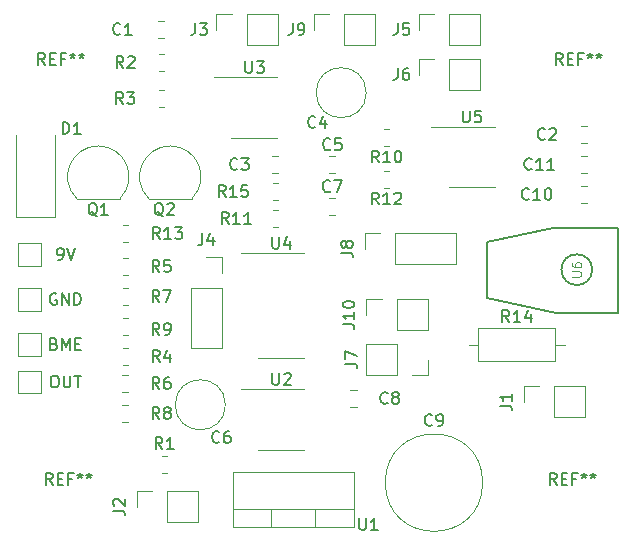
<source format=gbr>
%TF.GenerationSoftware,KiCad,Pcbnew,5.1.9-73d0e3b20d~88~ubuntu20.04.1*%
%TF.CreationDate,2021-04-18T23:12:54+02:00*%
%TF.ProjectId,interrupter,696e7465-7272-4757-9074-65722e6b6963,rev?*%
%TF.SameCoordinates,Original*%
%TF.FileFunction,Legend,Top*%
%TF.FilePolarity,Positive*%
%FSLAX46Y46*%
G04 Gerber Fmt 4.6, Leading zero omitted, Abs format (unit mm)*
G04 Created by KiCad (PCBNEW 5.1.9-73d0e3b20d~88~ubuntu20.04.1) date 2021-04-18 23:12:54*
%MOMM*%
%LPD*%
G01*
G04 APERTURE LIST*
%ADD10C,0.120000*%
%ADD11C,0.127000*%
%ADD12C,0.150000*%
%ADD13C,0.015000*%
G04 APERTURE END LIST*
D10*
%TO.C,D1*%
X174118000Y-93300000D02*
X177418000Y-93300000D01*
X177418000Y-93300000D02*
X177418000Y-86400000D01*
X174118000Y-93300000D02*
X174118000Y-86400000D01*
%TO.C,OUT*%
X174310000Y-108265000D02*
X174310000Y-106365000D01*
X176210000Y-108265000D02*
X174310000Y-108265000D01*
X176210000Y-106365000D02*
X176210000Y-108265000D01*
X174310000Y-106365000D02*
X176210000Y-106365000D01*
%TO.C,BME*%
X174310000Y-105090000D02*
X174310000Y-103190000D01*
X176210000Y-105090000D02*
X174310000Y-105090000D01*
X176210000Y-103190000D02*
X176210000Y-105090000D01*
X174310000Y-103190000D02*
X176210000Y-103190000D01*
%TO.C,9V*%
X174310000Y-97470000D02*
X174310000Y-95570000D01*
X176210000Y-97470000D02*
X174310000Y-97470000D01*
X176210000Y-95570000D02*
X176210000Y-97470000D01*
X174310000Y-95570000D02*
X176210000Y-95570000D01*
%TO.C,GND*%
X174310000Y-101280000D02*
X174310000Y-99380000D01*
X176210000Y-101280000D02*
X174310000Y-101280000D01*
X176210000Y-99380000D02*
X176210000Y-101280000D01*
X174310000Y-99380000D02*
X176210000Y-99380000D01*
%TO.C,J2*%
X184344000Y-117856000D02*
X184344000Y-116526000D01*
X184344000Y-116526000D02*
X185674000Y-116526000D01*
X186944000Y-116526000D02*
X189544000Y-116526000D01*
X189544000Y-119186000D02*
X189544000Y-116526000D01*
X186944000Y-119186000D02*
X189544000Y-119186000D01*
X186944000Y-119186000D02*
X186944000Y-116526000D01*
%TO.C,J3*%
X191075000Y-77470000D02*
X191075000Y-76140000D01*
X191075000Y-76140000D02*
X192405000Y-76140000D01*
X193675000Y-76140000D02*
X196275000Y-76140000D01*
X196275000Y-78800000D02*
X196275000Y-76140000D01*
X193675000Y-78800000D02*
X196275000Y-78800000D01*
X193675000Y-78800000D02*
X193675000Y-76140000D01*
D11*
%TO.C,U6*%
X222915000Y-97790000D02*
G75*
G03*
X222915000Y-97790000I-1300000J0D01*
G01*
X214015000Y-100190000D02*
X219815000Y-101490000D01*
X214015000Y-95490000D02*
X214015000Y-100190000D01*
X219615000Y-94290000D02*
X214015000Y-95490000D01*
X225115000Y-101490000D02*
X219815000Y-101490000D01*
X225115000Y-94290000D02*
X225115000Y-101490000D01*
X225115000Y-94290000D02*
X219615000Y-94290000D01*
D10*
%TO.C,U5*%
X212725000Y-85705000D02*
X209275000Y-85705000D01*
X212725000Y-85705000D02*
X214675000Y-85705000D01*
X212725000Y-90825000D02*
X210775000Y-90825000D01*
X212725000Y-90825000D02*
X214675000Y-90825000D01*
%TO.C,U4*%
X196596000Y-96403000D02*
X193146000Y-96403000D01*
X196596000Y-96403000D02*
X198546000Y-96403000D01*
X196596000Y-105273000D02*
X194646000Y-105273000D01*
X196596000Y-105273000D02*
X198546000Y-105273000D01*
%TO.C,U3*%
X194310000Y-81514000D02*
X190860000Y-81514000D01*
X194310000Y-81514000D02*
X196260000Y-81514000D01*
X194310000Y-86634000D02*
X192360000Y-86634000D01*
X194310000Y-86634000D02*
X196260000Y-86634000D01*
%TO.C,U2*%
X196596000Y-107930000D02*
X193146000Y-107930000D01*
X196596000Y-107930000D02*
X198546000Y-107930000D01*
X196596000Y-113050000D02*
X194646000Y-113050000D01*
X196596000Y-113050000D02*
X198546000Y-113050000D01*
%TO.C,U1*%
X195761000Y-119602000D02*
X195761000Y-118092000D01*
X199462000Y-119602000D02*
X199462000Y-118092000D01*
X202732000Y-118092000D02*
X192492000Y-118092000D01*
X192492000Y-119602000D02*
X192492000Y-114961000D01*
X202732000Y-119602000D02*
X202732000Y-114961000D01*
X202732000Y-114961000D02*
X192492000Y-114961000D01*
X202732000Y-119602000D02*
X192492000Y-119602000D01*
%TO.C,R15*%
X195860936Y-91921000D02*
X196315064Y-91921000D01*
X195860936Y-90451000D02*
X196315064Y-90451000D01*
%TO.C,R14*%
X220575000Y-104140000D02*
X219805000Y-104140000D01*
X212495000Y-104140000D02*
X213265000Y-104140000D01*
X219805000Y-102770000D02*
X213265000Y-102770000D01*
X219805000Y-105510000D02*
X219805000Y-102770000D01*
X213265000Y-105510000D02*
X219805000Y-105510000D01*
X213265000Y-102770000D02*
X213265000Y-105510000D01*
%TO.C,R13*%
X183176936Y-95477000D02*
X183631064Y-95477000D01*
X183176936Y-94007000D02*
X183631064Y-94007000D01*
%TO.C,R12*%
X205713064Y-89435000D02*
X205258936Y-89435000D01*
X205713064Y-90905000D02*
X205258936Y-90905000D01*
%TO.C,R11*%
X196315064Y-92737000D02*
X195860936Y-92737000D01*
X196315064Y-94207000D02*
X195860936Y-94207000D01*
%TO.C,R10*%
X205729064Y-85879000D02*
X205274936Y-85879000D01*
X205729064Y-87349000D02*
X205274936Y-87349000D01*
%TO.C,R9*%
X183176936Y-103351000D02*
X183631064Y-103351000D01*
X183176936Y-101881000D02*
X183631064Y-101881000D01*
%TO.C,R8*%
X183599064Y-109247000D02*
X183144936Y-109247000D01*
X183599064Y-110717000D02*
X183144936Y-110717000D01*
%TO.C,R7*%
X183160936Y-100811000D02*
X183615064Y-100811000D01*
X183160936Y-99341000D02*
X183615064Y-99341000D01*
%TO.C,R6*%
X183599064Y-106707000D02*
X183144936Y-106707000D01*
X183599064Y-108177000D02*
X183144936Y-108177000D01*
%TO.C,R5*%
X183160936Y-98271000D02*
X183615064Y-98271000D01*
X183160936Y-96801000D02*
X183615064Y-96801000D01*
%TO.C,R4*%
X183615064Y-104421000D02*
X183160936Y-104421000D01*
X183615064Y-105891000D02*
X183160936Y-105891000D01*
%TO.C,R3*%
X186208936Y-84047000D02*
X186663064Y-84047000D01*
X186208936Y-82577000D02*
X186663064Y-82577000D01*
%TO.C,R2*%
X186224936Y-80999000D02*
X186679064Y-80999000D01*
X186224936Y-79529000D02*
X186679064Y-79529000D01*
%TO.C,R1*%
X186917064Y-113565000D02*
X186462936Y-113565000D01*
X186917064Y-115035000D02*
X186462936Y-115035000D01*
%TO.C,Q2*%
X185398000Y-91766000D02*
X188998000Y-91766000D01*
X189036478Y-91754478D02*
G75*
G03*
X187198000Y-87316000I-1838478J1838478D01*
G01*
X185359522Y-91754478D02*
G75*
G02*
X187198000Y-87316000I1838478J1838478D01*
G01*
%TO.C,Q1*%
X179302000Y-91766000D02*
X182902000Y-91766000D01*
X182940478Y-91754478D02*
G75*
G03*
X181102000Y-87316000I-1838478J1838478D01*
G01*
X179263522Y-91754478D02*
G75*
G02*
X181102000Y-87316000I1838478J1838478D01*
G01*
%TO.C,J10*%
X203775000Y-101600000D02*
X203775000Y-100270000D01*
X203775000Y-100270000D02*
X205105000Y-100270000D01*
X206375000Y-100270000D02*
X208975000Y-100270000D01*
X208975000Y-102930000D02*
X208975000Y-100270000D01*
X206375000Y-102930000D02*
X208975000Y-102930000D01*
X206375000Y-102930000D02*
X206375000Y-100270000D01*
%TO.C,J8*%
X203648000Y-96012000D02*
X203648000Y-94682000D01*
X203648000Y-94682000D02*
X204978000Y-94682000D01*
X206248000Y-94682000D02*
X211388000Y-94682000D01*
X211388000Y-97342000D02*
X211388000Y-94682000D01*
X206248000Y-97342000D02*
X211388000Y-97342000D01*
X206248000Y-97342000D02*
X206248000Y-94682000D01*
%TO.C,J7*%
X208975000Y-105410000D02*
X208975000Y-106740000D01*
X208975000Y-106740000D02*
X207645000Y-106740000D01*
X206375000Y-106740000D02*
X203775000Y-106740000D01*
X203775000Y-104080000D02*
X203775000Y-106740000D01*
X206375000Y-104080000D02*
X203775000Y-104080000D01*
X206375000Y-104080000D02*
X206375000Y-106740000D01*
%TO.C,J6*%
X208220000Y-81280000D02*
X208220000Y-79950000D01*
X208220000Y-79950000D02*
X209550000Y-79950000D01*
X210820000Y-79950000D02*
X213420000Y-79950000D01*
X213420000Y-82610000D02*
X213420000Y-79950000D01*
X210820000Y-82610000D02*
X213420000Y-82610000D01*
X210820000Y-82610000D02*
X210820000Y-79950000D01*
%TO.C,J5*%
X208220000Y-77470000D02*
X208220000Y-76140000D01*
X208220000Y-76140000D02*
X209550000Y-76140000D01*
X210820000Y-76140000D02*
X213420000Y-76140000D01*
X213420000Y-78800000D02*
X213420000Y-76140000D01*
X210820000Y-78800000D02*
X213420000Y-78800000D01*
X210820000Y-78800000D02*
X210820000Y-76140000D01*
%TO.C,J4*%
X190246000Y-96714000D02*
X191576000Y-96714000D01*
X191576000Y-96714000D02*
X191576000Y-98044000D01*
X191576000Y-99314000D02*
X191576000Y-104454000D01*
X188916000Y-104454000D02*
X191576000Y-104454000D01*
X188916000Y-99314000D02*
X188916000Y-104454000D01*
X188916000Y-99314000D02*
X191576000Y-99314000D01*
%TO.C,J1*%
X217110000Y-108966000D02*
X217110000Y-107636000D01*
X217110000Y-107636000D02*
X218440000Y-107636000D01*
X219710000Y-107636000D02*
X222310000Y-107636000D01*
X222310000Y-110296000D02*
X222310000Y-107636000D01*
X219710000Y-110296000D02*
X222310000Y-110296000D01*
X219710000Y-110296000D02*
X219710000Y-107636000D01*
%TO.C,C11*%
X222511252Y-88165000D02*
X221988748Y-88165000D01*
X222511252Y-89635000D02*
X221988748Y-89635000D01*
%TO.C,C10*%
X221988748Y-92175000D02*
X222511252Y-92175000D01*
X221988748Y-90705000D02*
X222511252Y-90705000D01*
%TO.C,C9*%
X213642000Y-115824000D02*
G75*
G03*
X213642000Y-115824000I-4120000J0D01*
G01*
%TO.C,C8*%
X202452248Y-109447000D02*
X202974752Y-109447000D01*
X202452248Y-107977000D02*
X202974752Y-107977000D01*
%TO.C,C7*%
X200631248Y-93191000D02*
X201153752Y-93191000D01*
X200631248Y-91721000D02*
X201153752Y-91721000D01*
%TO.C,C6*%
X191858000Y-109232000D02*
G75*
G03*
X191858000Y-109232000I-2120000J0D01*
G01*
%TO.C,C5*%
X200652748Y-89635000D02*
X201175252Y-89635000D01*
X200652748Y-88165000D02*
X201175252Y-88165000D01*
%TO.C,C4*%
X203784000Y-82804000D02*
G75*
G03*
X203784000Y-82804000I-2120000J0D01*
G01*
%TO.C,C3*%
X195826748Y-89635000D02*
X196349252Y-89635000D01*
X195826748Y-88165000D02*
X196349252Y-88165000D01*
%TO.C,C2*%
X221988748Y-87095000D02*
X222511252Y-87095000D01*
X221988748Y-85625000D02*
X222511252Y-85625000D01*
%TO.C,C1*%
X186174748Y-78205000D02*
X186697252Y-78205000D01*
X186174748Y-76735000D02*
X186697252Y-76735000D01*
%TO.C,J9*%
X199330000Y-77470000D02*
X199330000Y-76140000D01*
X199330000Y-76140000D02*
X200660000Y-76140000D01*
X201930000Y-76140000D02*
X204530000Y-76140000D01*
X204530000Y-78800000D02*
X204530000Y-76140000D01*
X201930000Y-78800000D02*
X204530000Y-78800000D01*
X201930000Y-78800000D02*
X201930000Y-76140000D01*
%TO.C,D1*%
D12*
X178077904Y-86304380D02*
X178077904Y-85304380D01*
X178316000Y-85304380D01*
X178458857Y-85352000D01*
X178554095Y-85447238D01*
X178601714Y-85542476D01*
X178649333Y-85732952D01*
X178649333Y-85875809D01*
X178601714Y-86066285D01*
X178554095Y-86161523D01*
X178458857Y-86256761D01*
X178316000Y-86304380D01*
X178077904Y-86304380D01*
X179601714Y-86304380D02*
X179030285Y-86304380D01*
X179316000Y-86304380D02*
X179316000Y-85304380D01*
X179220761Y-85447238D01*
X179125523Y-85542476D01*
X179030285Y-85590095D01*
%TO.C,OUT*%
X177308000Y-106767380D02*
X177498476Y-106767380D01*
X177593714Y-106815000D01*
X177688952Y-106910238D01*
X177736571Y-107100714D01*
X177736571Y-107434047D01*
X177688952Y-107624523D01*
X177593714Y-107719761D01*
X177498476Y-107767380D01*
X177308000Y-107767380D01*
X177212761Y-107719761D01*
X177117523Y-107624523D01*
X177069904Y-107434047D01*
X177069904Y-107100714D01*
X177117523Y-106910238D01*
X177212761Y-106815000D01*
X177308000Y-106767380D01*
X178165142Y-106767380D02*
X178165142Y-107576904D01*
X178212761Y-107672142D01*
X178260380Y-107719761D01*
X178355619Y-107767380D01*
X178546095Y-107767380D01*
X178641333Y-107719761D01*
X178688952Y-107672142D01*
X178736571Y-107576904D01*
X178736571Y-106767380D01*
X179069904Y-106767380D02*
X179641333Y-106767380D01*
X179355619Y-107767380D02*
X179355619Y-106767380D01*
%TO.C,BME*%
X177355619Y-104068571D02*
X177498476Y-104116190D01*
X177546095Y-104163809D01*
X177593714Y-104259047D01*
X177593714Y-104401904D01*
X177546095Y-104497142D01*
X177498476Y-104544761D01*
X177403238Y-104592380D01*
X177022285Y-104592380D01*
X177022285Y-103592380D01*
X177355619Y-103592380D01*
X177450857Y-103640000D01*
X177498476Y-103687619D01*
X177546095Y-103782857D01*
X177546095Y-103878095D01*
X177498476Y-103973333D01*
X177450857Y-104020952D01*
X177355619Y-104068571D01*
X177022285Y-104068571D01*
X178022285Y-104592380D02*
X178022285Y-103592380D01*
X178355619Y-104306666D01*
X178688952Y-103592380D01*
X178688952Y-104592380D01*
X179165142Y-104068571D02*
X179498476Y-104068571D01*
X179641333Y-104592380D02*
X179165142Y-104592380D01*
X179165142Y-103592380D01*
X179641333Y-103592380D01*
%TO.C,9V*%
X177688952Y-96972380D02*
X177879428Y-96972380D01*
X177974666Y-96924761D01*
X178022285Y-96877142D01*
X178117523Y-96734285D01*
X178165142Y-96543809D01*
X178165142Y-96162857D01*
X178117523Y-96067619D01*
X178069904Y-96020000D01*
X177974666Y-95972380D01*
X177784190Y-95972380D01*
X177688952Y-96020000D01*
X177641333Y-96067619D01*
X177593714Y-96162857D01*
X177593714Y-96400952D01*
X177641333Y-96496190D01*
X177688952Y-96543809D01*
X177784190Y-96591428D01*
X177974666Y-96591428D01*
X178069904Y-96543809D01*
X178117523Y-96496190D01*
X178165142Y-96400952D01*
X178450857Y-95972380D02*
X178784190Y-96972380D01*
X179117523Y-95972380D01*
%TO.C,GND*%
X177546095Y-99830000D02*
X177450857Y-99782380D01*
X177308000Y-99782380D01*
X177165142Y-99830000D01*
X177069904Y-99925238D01*
X177022285Y-100020476D01*
X176974666Y-100210952D01*
X176974666Y-100353809D01*
X177022285Y-100544285D01*
X177069904Y-100639523D01*
X177165142Y-100734761D01*
X177308000Y-100782380D01*
X177403238Y-100782380D01*
X177546095Y-100734761D01*
X177593714Y-100687142D01*
X177593714Y-100353809D01*
X177403238Y-100353809D01*
X178022285Y-100782380D02*
X178022285Y-99782380D01*
X178593714Y-100782380D01*
X178593714Y-99782380D01*
X179069904Y-100782380D02*
X179069904Y-99782380D01*
X179308000Y-99782380D01*
X179450857Y-99830000D01*
X179546095Y-99925238D01*
X179593714Y-100020476D01*
X179641333Y-100210952D01*
X179641333Y-100353809D01*
X179593714Y-100544285D01*
X179546095Y-100639523D01*
X179450857Y-100734761D01*
X179308000Y-100782380D01*
X179069904Y-100782380D01*
%TO.C,J2*%
X182356380Y-118189333D02*
X183070666Y-118189333D01*
X183213523Y-118236952D01*
X183308761Y-118332190D01*
X183356380Y-118475047D01*
X183356380Y-118570285D01*
X182451619Y-117760761D02*
X182404000Y-117713142D01*
X182356380Y-117617904D01*
X182356380Y-117379809D01*
X182404000Y-117284571D01*
X182451619Y-117236952D01*
X182546857Y-117189333D01*
X182642095Y-117189333D01*
X182784952Y-117236952D01*
X183356380Y-117808380D01*
X183356380Y-117189333D01*
%TO.C,REF\u002A\u002A*%
X219900666Y-116022380D02*
X219567333Y-115546190D01*
X219329238Y-116022380D02*
X219329238Y-115022380D01*
X219710190Y-115022380D01*
X219805428Y-115070000D01*
X219853047Y-115117619D01*
X219900666Y-115212857D01*
X219900666Y-115355714D01*
X219853047Y-115450952D01*
X219805428Y-115498571D01*
X219710190Y-115546190D01*
X219329238Y-115546190D01*
X220329238Y-115498571D02*
X220662571Y-115498571D01*
X220805428Y-116022380D02*
X220329238Y-116022380D01*
X220329238Y-115022380D01*
X220805428Y-115022380D01*
X221567333Y-115498571D02*
X221234000Y-115498571D01*
X221234000Y-116022380D02*
X221234000Y-115022380D01*
X221710190Y-115022380D01*
X222234000Y-115022380D02*
X222234000Y-115260476D01*
X221995904Y-115165238D02*
X222234000Y-115260476D01*
X222472095Y-115165238D01*
X222091142Y-115450952D02*
X222234000Y-115260476D01*
X222376857Y-115450952D01*
X222995904Y-115022380D02*
X222995904Y-115260476D01*
X222757809Y-115165238D02*
X222995904Y-115260476D01*
X223234000Y-115165238D01*
X222853047Y-115450952D02*
X222995904Y-115260476D01*
X223138761Y-115450952D01*
X177228666Y-116022380D02*
X176895333Y-115546190D01*
X176657238Y-116022380D02*
X176657238Y-115022380D01*
X177038190Y-115022380D01*
X177133428Y-115070000D01*
X177181047Y-115117619D01*
X177228666Y-115212857D01*
X177228666Y-115355714D01*
X177181047Y-115450952D01*
X177133428Y-115498571D01*
X177038190Y-115546190D01*
X176657238Y-115546190D01*
X177657238Y-115498571D02*
X177990571Y-115498571D01*
X178133428Y-116022380D02*
X177657238Y-116022380D01*
X177657238Y-115022380D01*
X178133428Y-115022380D01*
X178895333Y-115498571D02*
X178562000Y-115498571D01*
X178562000Y-116022380D02*
X178562000Y-115022380D01*
X179038190Y-115022380D01*
X179562000Y-115022380D02*
X179562000Y-115260476D01*
X179323904Y-115165238D02*
X179562000Y-115260476D01*
X179800095Y-115165238D01*
X179419142Y-115450952D02*
X179562000Y-115260476D01*
X179704857Y-115450952D01*
X180323904Y-115022380D02*
X180323904Y-115260476D01*
X180085809Y-115165238D02*
X180323904Y-115260476D01*
X180562000Y-115165238D01*
X180181047Y-115450952D02*
X180323904Y-115260476D01*
X180466761Y-115450952D01*
%TO.C,J3*%
X189301666Y-76922380D02*
X189301666Y-77636666D01*
X189254047Y-77779523D01*
X189158809Y-77874761D01*
X189015952Y-77922380D01*
X188920714Y-77922380D01*
X189682619Y-76922380D02*
X190301666Y-76922380D01*
X189968333Y-77303333D01*
X190111190Y-77303333D01*
X190206428Y-77350952D01*
X190254047Y-77398571D01*
X190301666Y-77493809D01*
X190301666Y-77731904D01*
X190254047Y-77827142D01*
X190206428Y-77874761D01*
X190111190Y-77922380D01*
X189825476Y-77922380D01*
X189730238Y-77874761D01*
X189682619Y-77827142D01*
%TO.C,REF\u002A\u002A*%
X176593666Y-80462380D02*
X176260333Y-79986190D01*
X176022238Y-80462380D02*
X176022238Y-79462380D01*
X176403190Y-79462380D01*
X176498428Y-79510000D01*
X176546047Y-79557619D01*
X176593666Y-79652857D01*
X176593666Y-79795714D01*
X176546047Y-79890952D01*
X176498428Y-79938571D01*
X176403190Y-79986190D01*
X176022238Y-79986190D01*
X177022238Y-79938571D02*
X177355571Y-79938571D01*
X177498428Y-80462380D02*
X177022238Y-80462380D01*
X177022238Y-79462380D01*
X177498428Y-79462380D01*
X178260333Y-79938571D02*
X177927000Y-79938571D01*
X177927000Y-80462380D02*
X177927000Y-79462380D01*
X178403190Y-79462380D01*
X178927000Y-79462380D02*
X178927000Y-79700476D01*
X178688904Y-79605238D02*
X178927000Y-79700476D01*
X179165095Y-79605238D01*
X178784142Y-79890952D02*
X178927000Y-79700476D01*
X179069857Y-79890952D01*
X179688904Y-79462380D02*
X179688904Y-79700476D01*
X179450809Y-79605238D02*
X179688904Y-79700476D01*
X179927000Y-79605238D01*
X179546047Y-79890952D02*
X179688904Y-79700476D01*
X179831761Y-79890952D01*
X220408666Y-80462380D02*
X220075333Y-79986190D01*
X219837238Y-80462380D02*
X219837238Y-79462380D01*
X220218190Y-79462380D01*
X220313428Y-79510000D01*
X220361047Y-79557619D01*
X220408666Y-79652857D01*
X220408666Y-79795714D01*
X220361047Y-79890952D01*
X220313428Y-79938571D01*
X220218190Y-79986190D01*
X219837238Y-79986190D01*
X220837238Y-79938571D02*
X221170571Y-79938571D01*
X221313428Y-80462380D02*
X220837238Y-80462380D01*
X220837238Y-79462380D01*
X221313428Y-79462380D01*
X222075333Y-79938571D02*
X221742000Y-79938571D01*
X221742000Y-80462380D02*
X221742000Y-79462380D01*
X222218190Y-79462380D01*
X222742000Y-79462380D02*
X222742000Y-79700476D01*
X222503904Y-79605238D02*
X222742000Y-79700476D01*
X222980095Y-79605238D01*
X222599142Y-79890952D02*
X222742000Y-79700476D01*
X222884857Y-79890952D01*
X223503904Y-79462380D02*
X223503904Y-79700476D01*
X223265809Y-79605238D02*
X223503904Y-79700476D01*
X223742000Y-79605238D01*
X223361047Y-79890952D02*
X223503904Y-79700476D01*
X223646761Y-79890952D01*
%TO.C,U6*%
D13*
X221183803Y-98389925D02*
X221821224Y-98389925D01*
X221896215Y-98352430D01*
X221933710Y-98314934D01*
X221971205Y-98239944D01*
X221971205Y-98089962D01*
X221933710Y-98014972D01*
X221896215Y-97977476D01*
X221821224Y-97939981D01*
X221183803Y-97939981D01*
X221183803Y-97227570D02*
X221183803Y-97377551D01*
X221221299Y-97452542D01*
X221258794Y-97490037D01*
X221371280Y-97565028D01*
X221521261Y-97602523D01*
X221821224Y-97602523D01*
X221896215Y-97565028D01*
X221933710Y-97527532D01*
X221971205Y-97452542D01*
X221971205Y-97302560D01*
X221933710Y-97227570D01*
X221896215Y-97190074D01*
X221821224Y-97152579D01*
X221633747Y-97152579D01*
X221558757Y-97190074D01*
X221521261Y-97227570D01*
X221483766Y-97302560D01*
X221483766Y-97452542D01*
X221521261Y-97527532D01*
X221558757Y-97565028D01*
X221633747Y-97602523D01*
%TO.C,U5*%
D12*
X211963095Y-84317380D02*
X211963095Y-85126904D01*
X212010714Y-85222142D01*
X212058333Y-85269761D01*
X212153571Y-85317380D01*
X212344047Y-85317380D01*
X212439285Y-85269761D01*
X212486904Y-85222142D01*
X212534523Y-85126904D01*
X212534523Y-84317380D01*
X213486904Y-84317380D02*
X213010714Y-84317380D01*
X212963095Y-84793571D01*
X213010714Y-84745952D01*
X213105952Y-84698333D01*
X213344047Y-84698333D01*
X213439285Y-84745952D01*
X213486904Y-84793571D01*
X213534523Y-84888809D01*
X213534523Y-85126904D01*
X213486904Y-85222142D01*
X213439285Y-85269761D01*
X213344047Y-85317380D01*
X213105952Y-85317380D01*
X213010714Y-85269761D01*
X212963095Y-85222142D01*
%TO.C,U4*%
X195834095Y-95010380D02*
X195834095Y-95819904D01*
X195881714Y-95915142D01*
X195929333Y-95962761D01*
X196024571Y-96010380D01*
X196215047Y-96010380D01*
X196310285Y-95962761D01*
X196357904Y-95915142D01*
X196405523Y-95819904D01*
X196405523Y-95010380D01*
X197310285Y-95343714D02*
X197310285Y-96010380D01*
X197072190Y-94962761D02*
X196834095Y-95677047D01*
X197453142Y-95677047D01*
%TO.C,U3*%
X193548095Y-80126380D02*
X193548095Y-80935904D01*
X193595714Y-81031142D01*
X193643333Y-81078761D01*
X193738571Y-81126380D01*
X193929047Y-81126380D01*
X194024285Y-81078761D01*
X194071904Y-81031142D01*
X194119523Y-80935904D01*
X194119523Y-80126380D01*
X194500476Y-80126380D02*
X195119523Y-80126380D01*
X194786190Y-80507333D01*
X194929047Y-80507333D01*
X195024285Y-80554952D01*
X195071904Y-80602571D01*
X195119523Y-80697809D01*
X195119523Y-80935904D01*
X195071904Y-81031142D01*
X195024285Y-81078761D01*
X194929047Y-81126380D01*
X194643333Y-81126380D01*
X194548095Y-81078761D01*
X194500476Y-81031142D01*
%TO.C,U2*%
X195834095Y-106542380D02*
X195834095Y-107351904D01*
X195881714Y-107447142D01*
X195929333Y-107494761D01*
X196024571Y-107542380D01*
X196215047Y-107542380D01*
X196310285Y-107494761D01*
X196357904Y-107447142D01*
X196405523Y-107351904D01*
X196405523Y-106542380D01*
X196834095Y-106637619D02*
X196881714Y-106590000D01*
X196976952Y-106542380D01*
X197215047Y-106542380D01*
X197310285Y-106590000D01*
X197357904Y-106637619D01*
X197405523Y-106732857D01*
X197405523Y-106828095D01*
X197357904Y-106970952D01*
X196786476Y-107542380D01*
X197405523Y-107542380D01*
%TO.C,U1*%
X203200095Y-118832380D02*
X203200095Y-119641904D01*
X203247714Y-119737142D01*
X203295333Y-119784761D01*
X203390571Y-119832380D01*
X203581047Y-119832380D01*
X203676285Y-119784761D01*
X203723904Y-119737142D01*
X203771523Y-119641904D01*
X203771523Y-118832380D01*
X204771523Y-119832380D02*
X204200095Y-119832380D01*
X204485809Y-119832380D02*
X204485809Y-118832380D01*
X204390571Y-118975238D01*
X204295333Y-119070476D01*
X204200095Y-119118095D01*
%TO.C,R15*%
X191873142Y-91638380D02*
X191539809Y-91162190D01*
X191301714Y-91638380D02*
X191301714Y-90638380D01*
X191682666Y-90638380D01*
X191777904Y-90686000D01*
X191825523Y-90733619D01*
X191873142Y-90828857D01*
X191873142Y-90971714D01*
X191825523Y-91066952D01*
X191777904Y-91114571D01*
X191682666Y-91162190D01*
X191301714Y-91162190D01*
X192825523Y-91638380D02*
X192254095Y-91638380D01*
X192539809Y-91638380D02*
X192539809Y-90638380D01*
X192444571Y-90781238D01*
X192349333Y-90876476D01*
X192254095Y-90924095D01*
X193730285Y-90638380D02*
X193254095Y-90638380D01*
X193206476Y-91114571D01*
X193254095Y-91066952D01*
X193349333Y-91019333D01*
X193587428Y-91019333D01*
X193682666Y-91066952D01*
X193730285Y-91114571D01*
X193777904Y-91209809D01*
X193777904Y-91447904D01*
X193730285Y-91543142D01*
X193682666Y-91590761D01*
X193587428Y-91638380D01*
X193349333Y-91638380D01*
X193254095Y-91590761D01*
X193206476Y-91543142D01*
%TO.C,R14*%
X215892142Y-102222380D02*
X215558809Y-101746190D01*
X215320714Y-102222380D02*
X215320714Y-101222380D01*
X215701666Y-101222380D01*
X215796904Y-101270000D01*
X215844523Y-101317619D01*
X215892142Y-101412857D01*
X215892142Y-101555714D01*
X215844523Y-101650952D01*
X215796904Y-101698571D01*
X215701666Y-101746190D01*
X215320714Y-101746190D01*
X216844523Y-102222380D02*
X216273095Y-102222380D01*
X216558809Y-102222380D02*
X216558809Y-101222380D01*
X216463571Y-101365238D01*
X216368333Y-101460476D01*
X216273095Y-101508095D01*
X217701666Y-101555714D02*
X217701666Y-102222380D01*
X217463571Y-101174761D02*
X217225476Y-101889047D01*
X217844523Y-101889047D01*
%TO.C,R13*%
X186301142Y-95194380D02*
X185967809Y-94718190D01*
X185729714Y-95194380D02*
X185729714Y-94194380D01*
X186110666Y-94194380D01*
X186205904Y-94242000D01*
X186253523Y-94289619D01*
X186301142Y-94384857D01*
X186301142Y-94527714D01*
X186253523Y-94622952D01*
X186205904Y-94670571D01*
X186110666Y-94718190D01*
X185729714Y-94718190D01*
X187253523Y-95194380D02*
X186682095Y-95194380D01*
X186967809Y-95194380D02*
X186967809Y-94194380D01*
X186872571Y-94337238D01*
X186777333Y-94432476D01*
X186682095Y-94480095D01*
X187586857Y-94194380D02*
X188205904Y-94194380D01*
X187872571Y-94575333D01*
X188015428Y-94575333D01*
X188110666Y-94622952D01*
X188158285Y-94670571D01*
X188205904Y-94765809D01*
X188205904Y-95003904D01*
X188158285Y-95099142D01*
X188110666Y-95146761D01*
X188015428Y-95194380D01*
X187729714Y-95194380D01*
X187634476Y-95146761D01*
X187586857Y-95099142D01*
%TO.C,R12*%
X204843142Y-92272380D02*
X204509809Y-91796190D01*
X204271714Y-92272380D02*
X204271714Y-91272380D01*
X204652666Y-91272380D01*
X204747904Y-91320000D01*
X204795523Y-91367619D01*
X204843142Y-91462857D01*
X204843142Y-91605714D01*
X204795523Y-91700952D01*
X204747904Y-91748571D01*
X204652666Y-91796190D01*
X204271714Y-91796190D01*
X205795523Y-92272380D02*
X205224095Y-92272380D01*
X205509809Y-92272380D02*
X205509809Y-91272380D01*
X205414571Y-91415238D01*
X205319333Y-91510476D01*
X205224095Y-91558095D01*
X206176476Y-91367619D02*
X206224095Y-91320000D01*
X206319333Y-91272380D01*
X206557428Y-91272380D01*
X206652666Y-91320000D01*
X206700285Y-91367619D01*
X206747904Y-91462857D01*
X206747904Y-91558095D01*
X206700285Y-91700952D01*
X206128857Y-92272380D01*
X206747904Y-92272380D01*
%TO.C,R11*%
X192127142Y-93924380D02*
X191793809Y-93448190D01*
X191555714Y-93924380D02*
X191555714Y-92924380D01*
X191936666Y-92924380D01*
X192031904Y-92972000D01*
X192079523Y-93019619D01*
X192127142Y-93114857D01*
X192127142Y-93257714D01*
X192079523Y-93352952D01*
X192031904Y-93400571D01*
X191936666Y-93448190D01*
X191555714Y-93448190D01*
X193079523Y-93924380D02*
X192508095Y-93924380D01*
X192793809Y-93924380D02*
X192793809Y-92924380D01*
X192698571Y-93067238D01*
X192603333Y-93162476D01*
X192508095Y-93210095D01*
X194031904Y-93924380D02*
X193460476Y-93924380D01*
X193746190Y-93924380D02*
X193746190Y-92924380D01*
X193650952Y-93067238D01*
X193555714Y-93162476D01*
X193460476Y-93210095D01*
%TO.C,R10*%
X204859142Y-88716380D02*
X204525809Y-88240190D01*
X204287714Y-88716380D02*
X204287714Y-87716380D01*
X204668666Y-87716380D01*
X204763904Y-87764000D01*
X204811523Y-87811619D01*
X204859142Y-87906857D01*
X204859142Y-88049714D01*
X204811523Y-88144952D01*
X204763904Y-88192571D01*
X204668666Y-88240190D01*
X204287714Y-88240190D01*
X205811523Y-88716380D02*
X205240095Y-88716380D01*
X205525809Y-88716380D02*
X205525809Y-87716380D01*
X205430571Y-87859238D01*
X205335333Y-87954476D01*
X205240095Y-88002095D01*
X206430571Y-87716380D02*
X206525809Y-87716380D01*
X206621047Y-87764000D01*
X206668666Y-87811619D01*
X206716285Y-87906857D01*
X206763904Y-88097333D01*
X206763904Y-88335428D01*
X206716285Y-88525904D01*
X206668666Y-88621142D01*
X206621047Y-88668761D01*
X206525809Y-88716380D01*
X206430571Y-88716380D01*
X206335333Y-88668761D01*
X206287714Y-88621142D01*
X206240095Y-88525904D01*
X206192476Y-88335428D01*
X206192476Y-88097333D01*
X206240095Y-87906857D01*
X206287714Y-87811619D01*
X206335333Y-87764000D01*
X206430571Y-87716380D01*
%TO.C,R9*%
X186269333Y-103322380D02*
X185936000Y-102846190D01*
X185697904Y-103322380D02*
X185697904Y-102322380D01*
X186078857Y-102322380D01*
X186174095Y-102370000D01*
X186221714Y-102417619D01*
X186269333Y-102512857D01*
X186269333Y-102655714D01*
X186221714Y-102750952D01*
X186174095Y-102798571D01*
X186078857Y-102846190D01*
X185697904Y-102846190D01*
X186745523Y-103322380D02*
X186936000Y-103322380D01*
X187031238Y-103274761D01*
X187078857Y-103227142D01*
X187174095Y-103084285D01*
X187221714Y-102893809D01*
X187221714Y-102512857D01*
X187174095Y-102417619D01*
X187126476Y-102370000D01*
X187031238Y-102322380D01*
X186840761Y-102322380D01*
X186745523Y-102370000D01*
X186697904Y-102417619D01*
X186650285Y-102512857D01*
X186650285Y-102750952D01*
X186697904Y-102846190D01*
X186745523Y-102893809D01*
X186840761Y-102941428D01*
X187031238Y-102941428D01*
X187126476Y-102893809D01*
X187174095Y-102846190D01*
X187221714Y-102750952D01*
%TO.C,R8*%
X186269333Y-110434380D02*
X185936000Y-109958190D01*
X185697904Y-110434380D02*
X185697904Y-109434380D01*
X186078857Y-109434380D01*
X186174095Y-109482000D01*
X186221714Y-109529619D01*
X186269333Y-109624857D01*
X186269333Y-109767714D01*
X186221714Y-109862952D01*
X186174095Y-109910571D01*
X186078857Y-109958190D01*
X185697904Y-109958190D01*
X186840761Y-109862952D02*
X186745523Y-109815333D01*
X186697904Y-109767714D01*
X186650285Y-109672476D01*
X186650285Y-109624857D01*
X186697904Y-109529619D01*
X186745523Y-109482000D01*
X186840761Y-109434380D01*
X187031238Y-109434380D01*
X187126476Y-109482000D01*
X187174095Y-109529619D01*
X187221714Y-109624857D01*
X187221714Y-109672476D01*
X187174095Y-109767714D01*
X187126476Y-109815333D01*
X187031238Y-109862952D01*
X186840761Y-109862952D01*
X186745523Y-109910571D01*
X186697904Y-109958190D01*
X186650285Y-110053428D01*
X186650285Y-110243904D01*
X186697904Y-110339142D01*
X186745523Y-110386761D01*
X186840761Y-110434380D01*
X187031238Y-110434380D01*
X187126476Y-110386761D01*
X187174095Y-110339142D01*
X187221714Y-110243904D01*
X187221714Y-110053428D01*
X187174095Y-109958190D01*
X187126476Y-109910571D01*
X187031238Y-109862952D01*
%TO.C,R7*%
X186269333Y-100528380D02*
X185936000Y-100052190D01*
X185697904Y-100528380D02*
X185697904Y-99528380D01*
X186078857Y-99528380D01*
X186174095Y-99576000D01*
X186221714Y-99623619D01*
X186269333Y-99718857D01*
X186269333Y-99861714D01*
X186221714Y-99956952D01*
X186174095Y-100004571D01*
X186078857Y-100052190D01*
X185697904Y-100052190D01*
X186602666Y-99528380D02*
X187269333Y-99528380D01*
X186840761Y-100528380D01*
%TO.C,R6*%
X186269333Y-107894380D02*
X185936000Y-107418190D01*
X185697904Y-107894380D02*
X185697904Y-106894380D01*
X186078857Y-106894380D01*
X186174095Y-106942000D01*
X186221714Y-106989619D01*
X186269333Y-107084857D01*
X186269333Y-107227714D01*
X186221714Y-107322952D01*
X186174095Y-107370571D01*
X186078857Y-107418190D01*
X185697904Y-107418190D01*
X187126476Y-106894380D02*
X186936000Y-106894380D01*
X186840761Y-106942000D01*
X186793142Y-106989619D01*
X186697904Y-107132476D01*
X186650285Y-107322952D01*
X186650285Y-107703904D01*
X186697904Y-107799142D01*
X186745523Y-107846761D01*
X186840761Y-107894380D01*
X187031238Y-107894380D01*
X187126476Y-107846761D01*
X187174095Y-107799142D01*
X187221714Y-107703904D01*
X187221714Y-107465809D01*
X187174095Y-107370571D01*
X187126476Y-107322952D01*
X187031238Y-107275333D01*
X186840761Y-107275333D01*
X186745523Y-107322952D01*
X186697904Y-107370571D01*
X186650285Y-107465809D01*
%TO.C,R5*%
X186269333Y-97988380D02*
X185936000Y-97512190D01*
X185697904Y-97988380D02*
X185697904Y-96988380D01*
X186078857Y-96988380D01*
X186174095Y-97036000D01*
X186221714Y-97083619D01*
X186269333Y-97178857D01*
X186269333Y-97321714D01*
X186221714Y-97416952D01*
X186174095Y-97464571D01*
X186078857Y-97512190D01*
X185697904Y-97512190D01*
X187174095Y-96988380D02*
X186697904Y-96988380D01*
X186650285Y-97464571D01*
X186697904Y-97416952D01*
X186793142Y-97369333D01*
X187031238Y-97369333D01*
X187126476Y-97416952D01*
X187174095Y-97464571D01*
X187221714Y-97559809D01*
X187221714Y-97797904D01*
X187174095Y-97893142D01*
X187126476Y-97940761D01*
X187031238Y-97988380D01*
X186793142Y-97988380D01*
X186697904Y-97940761D01*
X186650285Y-97893142D01*
%TO.C,R4*%
X186285333Y-105608380D02*
X185952000Y-105132190D01*
X185713904Y-105608380D02*
X185713904Y-104608380D01*
X186094857Y-104608380D01*
X186190095Y-104656000D01*
X186237714Y-104703619D01*
X186285333Y-104798857D01*
X186285333Y-104941714D01*
X186237714Y-105036952D01*
X186190095Y-105084571D01*
X186094857Y-105132190D01*
X185713904Y-105132190D01*
X187142476Y-104941714D02*
X187142476Y-105608380D01*
X186904380Y-104560761D02*
X186666285Y-105275047D01*
X187285333Y-105275047D01*
%TO.C,R3*%
X183205333Y-83764380D02*
X182872000Y-83288190D01*
X182633904Y-83764380D02*
X182633904Y-82764380D01*
X183014857Y-82764380D01*
X183110095Y-82812000D01*
X183157714Y-82859619D01*
X183205333Y-82954857D01*
X183205333Y-83097714D01*
X183157714Y-83192952D01*
X183110095Y-83240571D01*
X183014857Y-83288190D01*
X182633904Y-83288190D01*
X183538666Y-82764380D02*
X184157714Y-82764380D01*
X183824380Y-83145333D01*
X183967238Y-83145333D01*
X184062476Y-83192952D01*
X184110095Y-83240571D01*
X184157714Y-83335809D01*
X184157714Y-83573904D01*
X184110095Y-83669142D01*
X184062476Y-83716761D01*
X183967238Y-83764380D01*
X183681523Y-83764380D01*
X183586285Y-83716761D01*
X183538666Y-83669142D01*
%TO.C,R2*%
X183221333Y-80716380D02*
X182888000Y-80240190D01*
X182649904Y-80716380D02*
X182649904Y-79716380D01*
X183030857Y-79716380D01*
X183126095Y-79764000D01*
X183173714Y-79811619D01*
X183221333Y-79906857D01*
X183221333Y-80049714D01*
X183173714Y-80144952D01*
X183126095Y-80192571D01*
X183030857Y-80240190D01*
X182649904Y-80240190D01*
X183602285Y-79811619D02*
X183649904Y-79764000D01*
X183745142Y-79716380D01*
X183983238Y-79716380D01*
X184078476Y-79764000D01*
X184126095Y-79811619D01*
X184173714Y-79906857D01*
X184173714Y-80002095D01*
X184126095Y-80144952D01*
X183554666Y-80716380D01*
X184173714Y-80716380D01*
%TO.C,R1*%
X186523333Y-112974380D02*
X186190000Y-112498190D01*
X185951904Y-112974380D02*
X185951904Y-111974380D01*
X186332857Y-111974380D01*
X186428095Y-112022000D01*
X186475714Y-112069619D01*
X186523333Y-112164857D01*
X186523333Y-112307714D01*
X186475714Y-112402952D01*
X186428095Y-112450571D01*
X186332857Y-112498190D01*
X185951904Y-112498190D01*
X187475714Y-112974380D02*
X186904285Y-112974380D01*
X187190000Y-112974380D02*
X187190000Y-111974380D01*
X187094761Y-112117238D01*
X186999523Y-112212476D01*
X186904285Y-112260095D01*
%TO.C,Q2*%
X186594761Y-93257619D02*
X186499523Y-93210000D01*
X186404285Y-93114761D01*
X186261428Y-92971904D01*
X186166190Y-92924285D01*
X186070952Y-92924285D01*
X186118571Y-93162380D02*
X186023333Y-93114761D01*
X185928095Y-93019523D01*
X185880476Y-92829047D01*
X185880476Y-92495714D01*
X185928095Y-92305238D01*
X186023333Y-92210000D01*
X186118571Y-92162380D01*
X186309047Y-92162380D01*
X186404285Y-92210000D01*
X186499523Y-92305238D01*
X186547142Y-92495714D01*
X186547142Y-92829047D01*
X186499523Y-93019523D01*
X186404285Y-93114761D01*
X186309047Y-93162380D01*
X186118571Y-93162380D01*
X186928095Y-92257619D02*
X186975714Y-92210000D01*
X187070952Y-92162380D01*
X187309047Y-92162380D01*
X187404285Y-92210000D01*
X187451904Y-92257619D01*
X187499523Y-92352857D01*
X187499523Y-92448095D01*
X187451904Y-92590952D01*
X186880476Y-93162380D01*
X187499523Y-93162380D01*
%TO.C,Q1*%
X181006761Y-93257619D02*
X180911523Y-93210000D01*
X180816285Y-93114761D01*
X180673428Y-92971904D01*
X180578190Y-92924285D01*
X180482952Y-92924285D01*
X180530571Y-93162380D02*
X180435333Y-93114761D01*
X180340095Y-93019523D01*
X180292476Y-92829047D01*
X180292476Y-92495714D01*
X180340095Y-92305238D01*
X180435333Y-92210000D01*
X180530571Y-92162380D01*
X180721047Y-92162380D01*
X180816285Y-92210000D01*
X180911523Y-92305238D01*
X180959142Y-92495714D01*
X180959142Y-92829047D01*
X180911523Y-93019523D01*
X180816285Y-93114761D01*
X180721047Y-93162380D01*
X180530571Y-93162380D01*
X181911523Y-93162380D02*
X181340095Y-93162380D01*
X181625809Y-93162380D02*
X181625809Y-92162380D01*
X181530571Y-92305238D01*
X181435333Y-92400476D01*
X181340095Y-92448095D01*
%TO.C,J10*%
X201787380Y-102409523D02*
X202501666Y-102409523D01*
X202644523Y-102457142D01*
X202739761Y-102552380D01*
X202787380Y-102695238D01*
X202787380Y-102790476D01*
X202787380Y-101409523D02*
X202787380Y-101980952D01*
X202787380Y-101695238D02*
X201787380Y-101695238D01*
X201930238Y-101790476D01*
X202025476Y-101885714D01*
X202073095Y-101980952D01*
X201787380Y-100790476D02*
X201787380Y-100695238D01*
X201835000Y-100600000D01*
X201882619Y-100552380D01*
X201977857Y-100504761D01*
X202168333Y-100457142D01*
X202406428Y-100457142D01*
X202596904Y-100504761D01*
X202692142Y-100552380D01*
X202739761Y-100600000D01*
X202787380Y-100695238D01*
X202787380Y-100790476D01*
X202739761Y-100885714D01*
X202692142Y-100933333D01*
X202596904Y-100980952D01*
X202406428Y-101028571D01*
X202168333Y-101028571D01*
X201977857Y-100980952D01*
X201882619Y-100933333D01*
X201835000Y-100885714D01*
X201787380Y-100790476D01*
%TO.C,J8*%
X201660380Y-96345333D02*
X202374666Y-96345333D01*
X202517523Y-96392952D01*
X202612761Y-96488190D01*
X202660380Y-96631047D01*
X202660380Y-96726285D01*
X202088952Y-95726285D02*
X202041333Y-95821523D01*
X201993714Y-95869142D01*
X201898476Y-95916761D01*
X201850857Y-95916761D01*
X201755619Y-95869142D01*
X201708000Y-95821523D01*
X201660380Y-95726285D01*
X201660380Y-95535809D01*
X201708000Y-95440571D01*
X201755619Y-95392952D01*
X201850857Y-95345333D01*
X201898476Y-95345333D01*
X201993714Y-95392952D01*
X202041333Y-95440571D01*
X202088952Y-95535809D01*
X202088952Y-95726285D01*
X202136571Y-95821523D01*
X202184190Y-95869142D01*
X202279428Y-95916761D01*
X202469904Y-95916761D01*
X202565142Y-95869142D01*
X202612761Y-95821523D01*
X202660380Y-95726285D01*
X202660380Y-95535809D01*
X202612761Y-95440571D01*
X202565142Y-95392952D01*
X202469904Y-95345333D01*
X202279428Y-95345333D01*
X202184190Y-95392952D01*
X202136571Y-95440571D01*
X202088952Y-95535809D01*
%TO.C,J7*%
X202017380Y-105743333D02*
X202731666Y-105743333D01*
X202874523Y-105790952D01*
X202969761Y-105886190D01*
X203017380Y-106029047D01*
X203017380Y-106124285D01*
X202017380Y-105362380D02*
X202017380Y-104695714D01*
X203017380Y-105124285D01*
%TO.C,J6*%
X206446666Y-80732380D02*
X206446666Y-81446666D01*
X206399047Y-81589523D01*
X206303809Y-81684761D01*
X206160952Y-81732380D01*
X206065714Y-81732380D01*
X207351428Y-80732380D02*
X207160952Y-80732380D01*
X207065714Y-80780000D01*
X207018095Y-80827619D01*
X206922857Y-80970476D01*
X206875238Y-81160952D01*
X206875238Y-81541904D01*
X206922857Y-81637142D01*
X206970476Y-81684761D01*
X207065714Y-81732380D01*
X207256190Y-81732380D01*
X207351428Y-81684761D01*
X207399047Y-81637142D01*
X207446666Y-81541904D01*
X207446666Y-81303809D01*
X207399047Y-81208571D01*
X207351428Y-81160952D01*
X207256190Y-81113333D01*
X207065714Y-81113333D01*
X206970476Y-81160952D01*
X206922857Y-81208571D01*
X206875238Y-81303809D01*
%TO.C,J5*%
X206446666Y-76922380D02*
X206446666Y-77636666D01*
X206399047Y-77779523D01*
X206303809Y-77874761D01*
X206160952Y-77922380D01*
X206065714Y-77922380D01*
X207399047Y-76922380D02*
X206922857Y-76922380D01*
X206875238Y-77398571D01*
X206922857Y-77350952D01*
X207018095Y-77303333D01*
X207256190Y-77303333D01*
X207351428Y-77350952D01*
X207399047Y-77398571D01*
X207446666Y-77493809D01*
X207446666Y-77731904D01*
X207399047Y-77827142D01*
X207351428Y-77874761D01*
X207256190Y-77922380D01*
X207018095Y-77922380D01*
X206922857Y-77874761D01*
X206875238Y-77827142D01*
%TO.C,J4*%
X189912666Y-94726380D02*
X189912666Y-95440666D01*
X189865047Y-95583523D01*
X189769809Y-95678761D01*
X189626952Y-95726380D01*
X189531714Y-95726380D01*
X190817428Y-95059714D02*
X190817428Y-95726380D01*
X190579333Y-94678761D02*
X190341238Y-95393047D01*
X190960285Y-95393047D01*
%TO.C,J1*%
X215122380Y-109299333D02*
X215836666Y-109299333D01*
X215979523Y-109346952D01*
X216074761Y-109442190D01*
X216122380Y-109585047D01*
X216122380Y-109680285D01*
X216122380Y-108299333D02*
X216122380Y-108870761D01*
X216122380Y-108585047D02*
X215122380Y-108585047D01*
X215265238Y-108680285D01*
X215360476Y-108775523D01*
X215408095Y-108870761D01*
%TO.C,C11*%
X217797142Y-89257142D02*
X217749523Y-89304761D01*
X217606666Y-89352380D01*
X217511428Y-89352380D01*
X217368571Y-89304761D01*
X217273333Y-89209523D01*
X217225714Y-89114285D01*
X217178095Y-88923809D01*
X217178095Y-88780952D01*
X217225714Y-88590476D01*
X217273333Y-88495238D01*
X217368571Y-88400000D01*
X217511428Y-88352380D01*
X217606666Y-88352380D01*
X217749523Y-88400000D01*
X217797142Y-88447619D01*
X218749523Y-89352380D02*
X218178095Y-89352380D01*
X218463809Y-89352380D02*
X218463809Y-88352380D01*
X218368571Y-88495238D01*
X218273333Y-88590476D01*
X218178095Y-88638095D01*
X219701904Y-89352380D02*
X219130476Y-89352380D01*
X219416190Y-89352380D02*
X219416190Y-88352380D01*
X219320952Y-88495238D01*
X219225714Y-88590476D01*
X219130476Y-88638095D01*
%TO.C,C10*%
X217564642Y-91797142D02*
X217517023Y-91844761D01*
X217374166Y-91892380D01*
X217278928Y-91892380D01*
X217136071Y-91844761D01*
X217040833Y-91749523D01*
X216993214Y-91654285D01*
X216945595Y-91463809D01*
X216945595Y-91320952D01*
X216993214Y-91130476D01*
X217040833Y-91035238D01*
X217136071Y-90940000D01*
X217278928Y-90892380D01*
X217374166Y-90892380D01*
X217517023Y-90940000D01*
X217564642Y-90987619D01*
X218517023Y-91892380D02*
X217945595Y-91892380D01*
X218231309Y-91892380D02*
X218231309Y-90892380D01*
X218136071Y-91035238D01*
X218040833Y-91130476D01*
X217945595Y-91178095D01*
X219136071Y-90892380D02*
X219231309Y-90892380D01*
X219326547Y-90940000D01*
X219374166Y-90987619D01*
X219421785Y-91082857D01*
X219469404Y-91273333D01*
X219469404Y-91511428D01*
X219421785Y-91701904D01*
X219374166Y-91797142D01*
X219326547Y-91844761D01*
X219231309Y-91892380D01*
X219136071Y-91892380D01*
X219040833Y-91844761D01*
X218993214Y-91797142D01*
X218945595Y-91701904D01*
X218897976Y-91511428D01*
X218897976Y-91273333D01*
X218945595Y-91082857D01*
X218993214Y-90987619D01*
X219040833Y-90940000D01*
X219136071Y-90892380D01*
%TO.C,C9*%
X209355333Y-110931142D02*
X209307714Y-110978761D01*
X209164857Y-111026380D01*
X209069619Y-111026380D01*
X208926761Y-110978761D01*
X208831523Y-110883523D01*
X208783904Y-110788285D01*
X208736285Y-110597809D01*
X208736285Y-110454952D01*
X208783904Y-110264476D01*
X208831523Y-110169238D01*
X208926761Y-110074000D01*
X209069619Y-110026380D01*
X209164857Y-110026380D01*
X209307714Y-110074000D01*
X209355333Y-110121619D01*
X209831523Y-111026380D02*
X210022000Y-111026380D01*
X210117238Y-110978761D01*
X210164857Y-110931142D01*
X210260095Y-110788285D01*
X210307714Y-110597809D01*
X210307714Y-110216857D01*
X210260095Y-110121619D01*
X210212476Y-110074000D01*
X210117238Y-110026380D01*
X209926761Y-110026380D01*
X209831523Y-110074000D01*
X209783904Y-110121619D01*
X209736285Y-110216857D01*
X209736285Y-110454952D01*
X209783904Y-110550190D01*
X209831523Y-110597809D01*
X209926761Y-110645428D01*
X210117238Y-110645428D01*
X210212476Y-110597809D01*
X210260095Y-110550190D01*
X210307714Y-110454952D01*
%TO.C,C8*%
X205594833Y-109069142D02*
X205547214Y-109116761D01*
X205404357Y-109164380D01*
X205309119Y-109164380D01*
X205166261Y-109116761D01*
X205071023Y-109021523D01*
X205023404Y-108926285D01*
X204975785Y-108735809D01*
X204975785Y-108592952D01*
X205023404Y-108402476D01*
X205071023Y-108307238D01*
X205166261Y-108212000D01*
X205309119Y-108164380D01*
X205404357Y-108164380D01*
X205547214Y-108212000D01*
X205594833Y-108259619D01*
X206166261Y-108592952D02*
X206071023Y-108545333D01*
X206023404Y-108497714D01*
X205975785Y-108402476D01*
X205975785Y-108354857D01*
X206023404Y-108259619D01*
X206071023Y-108212000D01*
X206166261Y-108164380D01*
X206356738Y-108164380D01*
X206451976Y-108212000D01*
X206499595Y-108259619D01*
X206547214Y-108354857D01*
X206547214Y-108402476D01*
X206499595Y-108497714D01*
X206451976Y-108545333D01*
X206356738Y-108592952D01*
X206166261Y-108592952D01*
X206071023Y-108640571D01*
X206023404Y-108688190D01*
X205975785Y-108783428D01*
X205975785Y-108973904D01*
X206023404Y-109069142D01*
X206071023Y-109116761D01*
X206166261Y-109164380D01*
X206356738Y-109164380D01*
X206451976Y-109116761D01*
X206499595Y-109069142D01*
X206547214Y-108973904D01*
X206547214Y-108783428D01*
X206499595Y-108688190D01*
X206451976Y-108640571D01*
X206356738Y-108592952D01*
%TO.C,C7*%
X200725833Y-91133142D02*
X200678214Y-91180761D01*
X200535357Y-91228380D01*
X200440119Y-91228380D01*
X200297261Y-91180761D01*
X200202023Y-91085523D01*
X200154404Y-90990285D01*
X200106785Y-90799809D01*
X200106785Y-90656952D01*
X200154404Y-90466476D01*
X200202023Y-90371238D01*
X200297261Y-90276000D01*
X200440119Y-90228380D01*
X200535357Y-90228380D01*
X200678214Y-90276000D01*
X200725833Y-90323619D01*
X201059166Y-90228380D02*
X201725833Y-90228380D01*
X201297261Y-91228380D01*
%TO.C,C6*%
X191349333Y-112371142D02*
X191301714Y-112418761D01*
X191158857Y-112466380D01*
X191063619Y-112466380D01*
X190920761Y-112418761D01*
X190825523Y-112323523D01*
X190777904Y-112228285D01*
X190730285Y-112037809D01*
X190730285Y-111894952D01*
X190777904Y-111704476D01*
X190825523Y-111609238D01*
X190920761Y-111514000D01*
X191063619Y-111466380D01*
X191158857Y-111466380D01*
X191301714Y-111514000D01*
X191349333Y-111561619D01*
X192206476Y-111466380D02*
X192016000Y-111466380D01*
X191920761Y-111514000D01*
X191873142Y-111561619D01*
X191777904Y-111704476D01*
X191730285Y-111894952D01*
X191730285Y-112275904D01*
X191777904Y-112371142D01*
X191825523Y-112418761D01*
X191920761Y-112466380D01*
X192111238Y-112466380D01*
X192206476Y-112418761D01*
X192254095Y-112371142D01*
X192301714Y-112275904D01*
X192301714Y-112037809D01*
X192254095Y-111942571D01*
X192206476Y-111894952D01*
X192111238Y-111847333D01*
X191920761Y-111847333D01*
X191825523Y-111894952D01*
X191777904Y-111942571D01*
X191730285Y-112037809D01*
%TO.C,C5*%
X200747333Y-87577142D02*
X200699714Y-87624761D01*
X200556857Y-87672380D01*
X200461619Y-87672380D01*
X200318761Y-87624761D01*
X200223523Y-87529523D01*
X200175904Y-87434285D01*
X200128285Y-87243809D01*
X200128285Y-87100952D01*
X200175904Y-86910476D01*
X200223523Y-86815238D01*
X200318761Y-86720000D01*
X200461619Y-86672380D01*
X200556857Y-86672380D01*
X200699714Y-86720000D01*
X200747333Y-86767619D01*
X201652095Y-86672380D02*
X201175904Y-86672380D01*
X201128285Y-87148571D01*
X201175904Y-87100952D01*
X201271142Y-87053333D01*
X201509238Y-87053333D01*
X201604476Y-87100952D01*
X201652095Y-87148571D01*
X201699714Y-87243809D01*
X201699714Y-87481904D01*
X201652095Y-87577142D01*
X201604476Y-87624761D01*
X201509238Y-87672380D01*
X201271142Y-87672380D01*
X201175904Y-87624761D01*
X201128285Y-87577142D01*
%TO.C,C4*%
X199477333Y-85701142D02*
X199429714Y-85748761D01*
X199286857Y-85796380D01*
X199191619Y-85796380D01*
X199048761Y-85748761D01*
X198953523Y-85653523D01*
X198905904Y-85558285D01*
X198858285Y-85367809D01*
X198858285Y-85224952D01*
X198905904Y-85034476D01*
X198953523Y-84939238D01*
X199048761Y-84844000D01*
X199191619Y-84796380D01*
X199286857Y-84796380D01*
X199429714Y-84844000D01*
X199477333Y-84891619D01*
X200334476Y-85129714D02*
X200334476Y-85796380D01*
X200096380Y-84748761D02*
X199858285Y-85463047D01*
X200477333Y-85463047D01*
%TO.C,C3*%
X192873333Y-89257142D02*
X192825714Y-89304761D01*
X192682857Y-89352380D01*
X192587619Y-89352380D01*
X192444761Y-89304761D01*
X192349523Y-89209523D01*
X192301904Y-89114285D01*
X192254285Y-88923809D01*
X192254285Y-88780952D01*
X192301904Y-88590476D01*
X192349523Y-88495238D01*
X192444761Y-88400000D01*
X192587619Y-88352380D01*
X192682857Y-88352380D01*
X192825714Y-88400000D01*
X192873333Y-88447619D01*
X193206666Y-88352380D02*
X193825714Y-88352380D01*
X193492380Y-88733333D01*
X193635238Y-88733333D01*
X193730476Y-88780952D01*
X193778095Y-88828571D01*
X193825714Y-88923809D01*
X193825714Y-89161904D01*
X193778095Y-89257142D01*
X193730476Y-89304761D01*
X193635238Y-89352380D01*
X193349523Y-89352380D01*
X193254285Y-89304761D01*
X193206666Y-89257142D01*
%TO.C,C2*%
X218908333Y-86717142D02*
X218860714Y-86764761D01*
X218717857Y-86812380D01*
X218622619Y-86812380D01*
X218479761Y-86764761D01*
X218384523Y-86669523D01*
X218336904Y-86574285D01*
X218289285Y-86383809D01*
X218289285Y-86240952D01*
X218336904Y-86050476D01*
X218384523Y-85955238D01*
X218479761Y-85860000D01*
X218622619Y-85812380D01*
X218717857Y-85812380D01*
X218860714Y-85860000D01*
X218908333Y-85907619D01*
X219289285Y-85907619D02*
X219336904Y-85860000D01*
X219432142Y-85812380D01*
X219670238Y-85812380D01*
X219765476Y-85860000D01*
X219813095Y-85907619D01*
X219860714Y-86002857D01*
X219860714Y-86098095D01*
X219813095Y-86240952D01*
X219241666Y-86812380D01*
X219860714Y-86812380D01*
%TO.C,C1*%
X182967333Y-77827142D02*
X182919714Y-77874761D01*
X182776857Y-77922380D01*
X182681619Y-77922380D01*
X182538761Y-77874761D01*
X182443523Y-77779523D01*
X182395904Y-77684285D01*
X182348285Y-77493809D01*
X182348285Y-77350952D01*
X182395904Y-77160476D01*
X182443523Y-77065238D01*
X182538761Y-76970000D01*
X182681619Y-76922380D01*
X182776857Y-76922380D01*
X182919714Y-76970000D01*
X182967333Y-77017619D01*
X183919714Y-77922380D02*
X183348285Y-77922380D01*
X183634000Y-77922380D02*
X183634000Y-76922380D01*
X183538761Y-77065238D01*
X183443523Y-77160476D01*
X183348285Y-77208095D01*
%TO.C,J9*%
X197556666Y-76922380D02*
X197556666Y-77636666D01*
X197509047Y-77779523D01*
X197413809Y-77874761D01*
X197270952Y-77922380D01*
X197175714Y-77922380D01*
X198080476Y-77922380D02*
X198270952Y-77922380D01*
X198366190Y-77874761D01*
X198413809Y-77827142D01*
X198509047Y-77684285D01*
X198556666Y-77493809D01*
X198556666Y-77112857D01*
X198509047Y-77017619D01*
X198461428Y-76970000D01*
X198366190Y-76922380D01*
X198175714Y-76922380D01*
X198080476Y-76970000D01*
X198032857Y-77017619D01*
X197985238Y-77112857D01*
X197985238Y-77350952D01*
X198032857Y-77446190D01*
X198080476Y-77493809D01*
X198175714Y-77541428D01*
X198366190Y-77541428D01*
X198461428Y-77493809D01*
X198509047Y-77446190D01*
X198556666Y-77350952D01*
%TD*%
M02*

</source>
